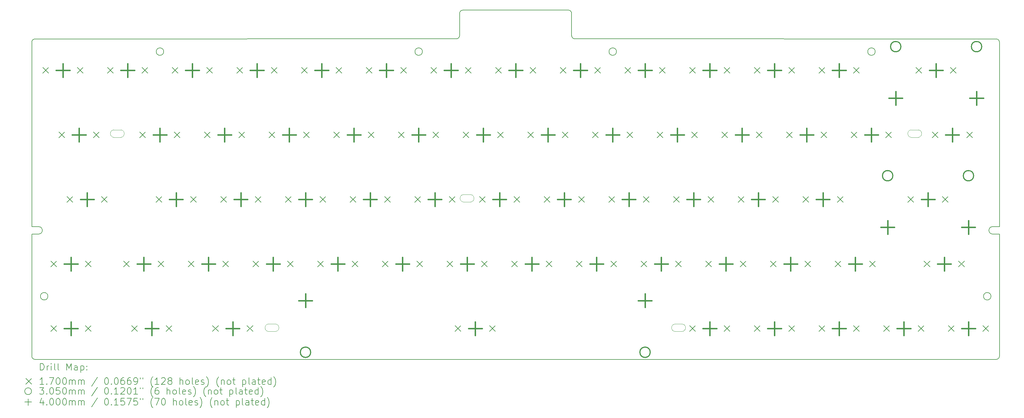
<source format=gbr>
%TF.GenerationSoftware,KiCad,Pcbnew,(6.0.7)*%
%TF.CreationDate,2022-11-29T19:46:52-05:00*%
%TF.ProjectId,Part 7 - Keyboard Basic,50617274-2037-4202-9d20-4b6579626f61,rev?*%
%TF.SameCoordinates,Original*%
%TF.FileFunction,Drillmap*%
%TF.FilePolarity,Positive*%
%FSLAX45Y45*%
G04 Gerber Fmt 4.5, Leading zero omitted, Abs format (unit mm)*
G04 Created by KiCad (PCBNEW (6.0.7)) date 2022-11-29 19:46:52*
%MOMM*%
%LPD*%
G01*
G04 APERTURE LIST*
%ADD10C,0.150000*%
%ADD11C,0.100000*%
%ADD12C,0.200000*%
%ADD13C,0.170000*%
%ADD14C,0.305000*%
%ADD15C,0.400000*%
G04 APERTURE END LIST*
D10*
X4000000Y-10860709D02*
G75*
G03*
X4000000Y-10640711I0J109999D01*
G01*
X16300000Y-5100000D02*
G75*
G03*
X16400000Y-5000000I0J100000D01*
G01*
D11*
X10985000Y-13515000D02*
X10765000Y-13515000D01*
D10*
X19700000Y-5000000D02*
G75*
G03*
X19800000Y-5100000I100000J0D01*
G01*
X32050000Y-12695711D02*
G75*
G03*
X32050000Y-12695711I-110000J0D01*
G01*
D11*
X29915000Y-8005000D02*
G75*
G03*
X29915000Y-7785000I-17030J110000D01*
G01*
D10*
X21020000Y-5475711D02*
G75*
G03*
X21020000Y-5475711I-110000J0D01*
G01*
D11*
X10985000Y-13735000D02*
G75*
G03*
X10985000Y-13515000I-17030J110000D01*
G01*
D10*
X19600000Y-4250000D02*
X16500000Y-4250000D01*
X16400000Y-5000000D02*
X16400000Y-4350000D01*
X32300000Y-10860711D02*
X32100000Y-10860711D01*
D11*
X6430000Y-8005000D02*
G75*
G03*
X6430000Y-7785000I-17030J110000D01*
G01*
X29695000Y-7785000D02*
G75*
G03*
X29695000Y-8005000I15950J-110000D01*
G01*
D10*
X4275000Y-12695711D02*
G75*
G03*
X4275000Y-12695711I-110000J0D01*
G01*
D11*
X16730000Y-9915000D02*
G75*
G03*
X16730000Y-9695000I-17030J110000D01*
G01*
D10*
X19700000Y-5000000D02*
X19700000Y-4350000D01*
D11*
X6430000Y-7785000D02*
X6210000Y-7785000D01*
D10*
X19800000Y-5100000D02*
X32200000Y-5100711D01*
X3800000Y-10860711D02*
X3800000Y-14460711D01*
D11*
X22960000Y-13735000D02*
X22740000Y-13735000D01*
D10*
X16500000Y-4250000D02*
G75*
G03*
X16400000Y-4350000I0J-100000D01*
G01*
X28640000Y-5475711D02*
G75*
G03*
X28640000Y-5475711I-110000J0D01*
G01*
X3800000Y-10640711D02*
X4000000Y-10640711D01*
D11*
X22960000Y-13515000D02*
X22740000Y-13515000D01*
D10*
X3800000Y-10860711D02*
X4000000Y-10860711D01*
X7685000Y-5475711D02*
G75*
G03*
X7685000Y-5475711I-110000J0D01*
G01*
X32300000Y-10640711D02*
X32100000Y-10640711D01*
X16300000Y-5100000D02*
X3900000Y-5100711D01*
X32100000Y-10640709D02*
G75*
G03*
X32100000Y-10860711I0J-110001D01*
G01*
X3900000Y-5100710D02*
G75*
G03*
X3800000Y-5200711I0J-100000D01*
G01*
D11*
X29915000Y-8005000D02*
X29695000Y-8005000D01*
D10*
X3799999Y-14460711D02*
G75*
G03*
X3900000Y-14560711I100001J1D01*
G01*
X15305000Y-5475711D02*
G75*
G03*
X15305000Y-5475711I-110000J0D01*
G01*
D11*
X6430000Y-8005000D02*
X6210000Y-8005000D01*
X10985000Y-13735000D02*
X10765000Y-13735000D01*
D10*
X32299999Y-5200711D02*
G75*
G03*
X32200000Y-5100711I-99999J1D01*
G01*
X32300000Y-10860711D02*
X32300000Y-14460711D01*
D11*
X10765000Y-13515000D02*
G75*
G03*
X10765000Y-13735000I15950J-110000D01*
G01*
D10*
X3800000Y-10640711D02*
X3800000Y-5200711D01*
D11*
X16510000Y-9695000D02*
G75*
G03*
X16510000Y-9915000I15950J-110000D01*
G01*
X16730000Y-9695000D02*
X16510000Y-9695000D01*
D10*
X32300000Y-10640711D02*
X32300000Y-5200711D01*
D11*
X16730000Y-9915000D02*
X16510000Y-9915000D01*
D10*
X19700000Y-4350000D02*
G75*
G03*
X19600000Y-4250000I-100000J0D01*
G01*
D11*
X22740000Y-13515000D02*
G75*
G03*
X22740000Y-13735000I15950J-110000D01*
G01*
X22960000Y-13735000D02*
G75*
G03*
X22960000Y-13515000I-17030J110000D01*
G01*
X6210000Y-7785000D02*
G75*
G03*
X6210000Y-8005000I15950J-110000D01*
G01*
D10*
X32200000Y-14560710D02*
G75*
G03*
X32300000Y-14460711I0J100000D01*
G01*
X3900000Y-14560711D02*
X32200000Y-14560711D01*
D11*
X29915000Y-7785000D02*
X29695000Y-7785000D01*
D12*
D13*
X4124500Y-5943211D02*
X4294500Y-6113211D01*
X4294500Y-5943211D02*
X4124500Y-6113211D01*
X4362625Y-11658211D02*
X4532625Y-11828211D01*
X4532625Y-11658211D02*
X4362625Y-11828211D01*
X4362625Y-13563211D02*
X4532625Y-13733211D01*
X4532625Y-13563211D02*
X4362625Y-13733211D01*
X4600750Y-7848211D02*
X4770750Y-8018211D01*
X4770750Y-7848211D02*
X4600750Y-8018211D01*
X4838875Y-9753211D02*
X5008875Y-9923211D01*
X5008875Y-9753211D02*
X4838875Y-9923211D01*
X5140500Y-5943211D02*
X5310500Y-6113211D01*
X5310500Y-5943211D02*
X5140500Y-6113211D01*
X5378625Y-11658211D02*
X5548625Y-11828211D01*
X5548625Y-11658211D02*
X5378625Y-11828211D01*
X5378625Y-13563211D02*
X5548625Y-13733211D01*
X5548625Y-13563211D02*
X5378625Y-13733211D01*
X5616750Y-7848211D02*
X5786750Y-8018211D01*
X5786750Y-7848211D02*
X5616750Y-8018211D01*
X5854875Y-9753211D02*
X6024875Y-9923211D01*
X6024875Y-9753211D02*
X5854875Y-9923211D01*
X6029500Y-5943211D02*
X6199500Y-6113211D01*
X6199500Y-5943211D02*
X6029500Y-6113211D01*
X6505700Y-11658220D02*
X6675700Y-11828220D01*
X6675700Y-11658220D02*
X6505700Y-11828220D01*
X6743875Y-13563211D02*
X6913875Y-13733211D01*
X6913875Y-13563211D02*
X6743875Y-13733211D01*
X6982000Y-7848211D02*
X7152000Y-8018211D01*
X7152000Y-7848211D02*
X6982000Y-8018211D01*
X7045500Y-5943211D02*
X7215500Y-6113211D01*
X7215500Y-5943211D02*
X7045500Y-6113211D01*
X7458250Y-9753211D02*
X7628250Y-9923211D01*
X7628250Y-9753211D02*
X7458250Y-9923211D01*
X7521700Y-11658220D02*
X7691700Y-11828220D01*
X7691700Y-11658220D02*
X7521700Y-11828220D01*
X7759875Y-13563211D02*
X7929875Y-13733211D01*
X7929875Y-13563211D02*
X7759875Y-13733211D01*
X7934500Y-5943211D02*
X8104500Y-6113211D01*
X8104500Y-5943211D02*
X7934500Y-6113211D01*
X7998000Y-7848211D02*
X8168000Y-8018211D01*
X8168000Y-7848211D02*
X7998000Y-8018211D01*
X8410700Y-11658220D02*
X8580700Y-11828220D01*
X8580700Y-11658220D02*
X8410700Y-11828220D01*
X8474250Y-9753211D02*
X8644250Y-9923211D01*
X8644250Y-9753211D02*
X8474250Y-9923211D01*
X8887000Y-7848211D02*
X9057000Y-8018211D01*
X9057000Y-7848211D02*
X8887000Y-8018211D01*
X8950500Y-5943211D02*
X9120500Y-6113211D01*
X9120500Y-5943211D02*
X8950500Y-6113211D01*
X9125125Y-13563211D02*
X9295125Y-13733211D01*
X9295125Y-13563211D02*
X9125125Y-13733211D01*
X9363250Y-9753211D02*
X9533250Y-9923211D01*
X9533250Y-9753211D02*
X9363250Y-9923211D01*
X9426700Y-11658220D02*
X9596700Y-11828220D01*
X9596700Y-11658220D02*
X9426700Y-11828220D01*
X9839500Y-5943211D02*
X10009500Y-6113211D01*
X10009500Y-5943211D02*
X9839500Y-6113211D01*
X9903000Y-7848211D02*
X10073000Y-8018211D01*
X10073000Y-7848211D02*
X9903000Y-8018211D01*
X10141125Y-13563211D02*
X10311125Y-13733211D01*
X10311125Y-13563211D02*
X10141125Y-13733211D01*
X10315700Y-11658220D02*
X10485700Y-11828220D01*
X10485700Y-11658220D02*
X10315700Y-11828220D01*
X10379250Y-9753211D02*
X10549250Y-9923211D01*
X10549250Y-9753211D02*
X10379250Y-9923211D01*
X10792000Y-7848211D02*
X10962000Y-8018211D01*
X10962000Y-7848211D02*
X10792000Y-8018211D01*
X10855500Y-5943211D02*
X11025500Y-6113211D01*
X11025500Y-5943211D02*
X10855500Y-6113211D01*
X11268250Y-9753211D02*
X11438250Y-9923211D01*
X11438250Y-9753211D02*
X11268250Y-9923211D01*
X11331700Y-11658220D02*
X11501700Y-11828220D01*
X11501700Y-11658220D02*
X11331700Y-11828220D01*
X11744500Y-5943211D02*
X11914500Y-6113211D01*
X11914500Y-5943211D02*
X11744500Y-6113211D01*
X11808000Y-7848211D02*
X11978000Y-8018211D01*
X11978000Y-7848211D02*
X11808000Y-8018211D01*
X12220700Y-11658220D02*
X12390700Y-11828220D01*
X12390700Y-11658220D02*
X12220700Y-11828220D01*
X12284250Y-9753211D02*
X12454250Y-9923211D01*
X12454250Y-9753211D02*
X12284250Y-9923211D01*
X12697000Y-7848211D02*
X12867000Y-8018211D01*
X12867000Y-7848211D02*
X12697000Y-8018211D01*
X12760500Y-5943211D02*
X12930500Y-6113211D01*
X12930500Y-5943211D02*
X12760500Y-6113211D01*
X13173250Y-9753211D02*
X13343250Y-9923211D01*
X13343250Y-9753211D02*
X13173250Y-9923211D01*
X13236700Y-11658220D02*
X13406700Y-11828220D01*
X13406700Y-11658220D02*
X13236700Y-11828220D01*
X13649500Y-5943211D02*
X13819500Y-6113211D01*
X13819500Y-5943211D02*
X13649500Y-6113211D01*
X13713000Y-7848211D02*
X13883000Y-8018211D01*
X13883000Y-7848211D02*
X13713000Y-8018211D01*
X14125700Y-11658220D02*
X14295700Y-11828220D01*
X14295700Y-11658220D02*
X14125700Y-11828220D01*
X14189250Y-9753211D02*
X14359250Y-9923211D01*
X14359250Y-9753211D02*
X14189250Y-9923211D01*
X14602000Y-7848211D02*
X14772000Y-8018211D01*
X14772000Y-7848211D02*
X14602000Y-8018211D01*
X14665500Y-5943211D02*
X14835500Y-6113211D01*
X14835500Y-5943211D02*
X14665500Y-6113211D01*
X15078250Y-9753211D02*
X15248250Y-9923211D01*
X15248250Y-9753211D02*
X15078250Y-9923211D01*
X15141700Y-11658220D02*
X15311700Y-11828220D01*
X15311700Y-11658220D02*
X15141700Y-11828220D01*
X15554500Y-5943211D02*
X15724500Y-6113211D01*
X15724500Y-5943211D02*
X15554500Y-6113211D01*
X15618000Y-7848211D02*
X15788000Y-8018211D01*
X15788000Y-7848211D02*
X15618000Y-8018211D01*
X16030700Y-11658220D02*
X16200700Y-11828220D01*
X16200700Y-11658220D02*
X16030700Y-11828220D01*
X16094250Y-9753211D02*
X16264250Y-9923211D01*
X16264250Y-9753211D02*
X16094250Y-9923211D01*
X16268850Y-13563200D02*
X16438850Y-13733200D01*
X16438850Y-13563200D02*
X16268850Y-13733200D01*
X16507000Y-7848211D02*
X16677000Y-8018211D01*
X16677000Y-7848211D02*
X16507000Y-8018211D01*
X16570500Y-5943211D02*
X16740500Y-6113211D01*
X16740500Y-5943211D02*
X16570500Y-6113211D01*
X16983250Y-9753211D02*
X17153250Y-9923211D01*
X17153250Y-9753211D02*
X16983250Y-9923211D01*
X17046700Y-11658220D02*
X17216700Y-11828220D01*
X17216700Y-11658220D02*
X17046700Y-11828220D01*
X17284850Y-13563200D02*
X17454850Y-13733200D01*
X17454850Y-13563200D02*
X17284850Y-13733200D01*
X17459500Y-5943211D02*
X17629500Y-6113211D01*
X17629500Y-5943211D02*
X17459500Y-6113211D01*
X17523000Y-7848211D02*
X17693000Y-8018211D01*
X17693000Y-7848211D02*
X17523000Y-8018211D01*
X17935700Y-11658220D02*
X18105700Y-11828220D01*
X18105700Y-11658220D02*
X17935700Y-11828220D01*
X17999250Y-9753211D02*
X18169250Y-9923211D01*
X18169250Y-9753211D02*
X17999250Y-9923211D01*
X18412000Y-7848211D02*
X18582000Y-8018211D01*
X18582000Y-7848211D02*
X18412000Y-8018211D01*
X18475500Y-5943211D02*
X18645500Y-6113211D01*
X18645500Y-5943211D02*
X18475500Y-6113211D01*
X18888250Y-9753211D02*
X19058250Y-9923211D01*
X19058250Y-9753211D02*
X18888250Y-9923211D01*
X18951700Y-11658220D02*
X19121700Y-11828220D01*
X19121700Y-11658220D02*
X18951700Y-11828220D01*
X19364500Y-5943211D02*
X19534500Y-6113211D01*
X19534500Y-5943211D02*
X19364500Y-6113211D01*
X19428000Y-7848211D02*
X19598000Y-8018211D01*
X19598000Y-7848211D02*
X19428000Y-8018211D01*
X19840700Y-11658220D02*
X20010700Y-11828220D01*
X20010700Y-11658220D02*
X19840700Y-11828220D01*
X19904250Y-9753211D02*
X20074250Y-9923211D01*
X20074250Y-9753211D02*
X19904250Y-9923211D01*
X20317000Y-7848211D02*
X20487000Y-8018211D01*
X20487000Y-7848211D02*
X20317000Y-8018211D01*
X20380500Y-5943211D02*
X20550500Y-6113211D01*
X20550500Y-5943211D02*
X20380500Y-6113211D01*
X20793250Y-9753211D02*
X20963250Y-9923211D01*
X20963250Y-9753211D02*
X20793250Y-9923211D01*
X20856700Y-11658220D02*
X21026700Y-11828220D01*
X21026700Y-11658220D02*
X20856700Y-11828220D01*
X21269500Y-5943211D02*
X21439500Y-6113211D01*
X21439500Y-5943211D02*
X21269500Y-6113211D01*
X21333000Y-7848211D02*
X21503000Y-8018211D01*
X21503000Y-7848211D02*
X21333000Y-8018211D01*
X21745700Y-11658220D02*
X21915700Y-11828220D01*
X21915700Y-11658220D02*
X21745700Y-11828220D01*
X21809250Y-9753211D02*
X21979250Y-9923211D01*
X21979250Y-9753211D02*
X21809250Y-9923211D01*
X22222000Y-7848230D02*
X22392000Y-8018230D01*
X22392000Y-7848230D02*
X22222000Y-8018230D01*
X22285500Y-5943211D02*
X22455500Y-6113211D01*
X22455500Y-5943211D02*
X22285500Y-6113211D01*
X22698250Y-9753211D02*
X22868250Y-9923211D01*
X22868250Y-9753211D02*
X22698250Y-9923211D01*
X22761700Y-11658220D02*
X22931700Y-11828220D01*
X22931700Y-11658220D02*
X22761700Y-11828220D01*
X23174500Y-5943211D02*
X23344500Y-6113211D01*
X23344500Y-5943211D02*
X23174500Y-6113211D01*
X23174500Y-13563200D02*
X23344500Y-13733200D01*
X23344500Y-13563200D02*
X23174500Y-13733200D01*
X23238000Y-7848230D02*
X23408000Y-8018230D01*
X23408000Y-7848230D02*
X23238000Y-8018230D01*
X23650700Y-11658220D02*
X23820700Y-11828220D01*
X23820700Y-11658220D02*
X23650700Y-11828220D01*
X23714250Y-9753211D02*
X23884250Y-9923211D01*
X23884250Y-9753211D02*
X23714250Y-9923211D01*
X24127000Y-7848200D02*
X24297000Y-8018200D01*
X24297000Y-7848200D02*
X24127000Y-8018200D01*
X24190500Y-5943211D02*
X24360500Y-6113211D01*
X24360500Y-5943211D02*
X24190500Y-6113211D01*
X24190500Y-13563200D02*
X24360500Y-13733200D01*
X24360500Y-13563200D02*
X24190500Y-13733200D01*
X24603250Y-9753211D02*
X24773250Y-9923211D01*
X24773250Y-9753211D02*
X24603250Y-9923211D01*
X24666700Y-11658220D02*
X24836700Y-11828220D01*
X24836700Y-11658220D02*
X24666700Y-11828220D01*
X25079500Y-5943211D02*
X25249500Y-6113211D01*
X25249500Y-5943211D02*
X25079500Y-6113211D01*
X25079500Y-13563220D02*
X25249500Y-13733220D01*
X25249500Y-13563220D02*
X25079500Y-13733220D01*
X25143000Y-7848200D02*
X25313000Y-8018200D01*
X25313000Y-7848200D02*
X25143000Y-8018200D01*
X25555700Y-11658220D02*
X25725700Y-11828220D01*
X25725700Y-11658220D02*
X25555700Y-11828220D01*
X25619250Y-9753211D02*
X25789250Y-9923211D01*
X25789250Y-9753211D02*
X25619250Y-9923211D01*
X26032000Y-7848200D02*
X26202000Y-8018200D01*
X26202000Y-7848200D02*
X26032000Y-8018200D01*
X26095500Y-5943211D02*
X26265500Y-6113211D01*
X26265500Y-5943211D02*
X26095500Y-6113211D01*
X26095500Y-13563220D02*
X26265500Y-13733220D01*
X26265500Y-13563220D02*
X26095500Y-13733220D01*
X26508240Y-9753211D02*
X26678240Y-9923211D01*
X26678240Y-9753211D02*
X26508240Y-9923211D01*
X26571700Y-11658220D02*
X26741700Y-11828220D01*
X26741700Y-11658220D02*
X26571700Y-11828220D01*
X26984500Y-5943211D02*
X27154500Y-6113211D01*
X27154500Y-5943211D02*
X26984500Y-6113211D01*
X26984500Y-13563220D02*
X27154500Y-13733220D01*
X27154500Y-13563220D02*
X26984500Y-13733220D01*
X27048000Y-7848200D02*
X27218000Y-8018200D01*
X27218000Y-7848200D02*
X27048000Y-8018200D01*
X27460700Y-11658220D02*
X27630700Y-11828220D01*
X27630700Y-11658220D02*
X27460700Y-11828220D01*
X27524240Y-9753211D02*
X27694240Y-9923211D01*
X27694240Y-9753211D02*
X27524240Y-9923211D01*
X27937000Y-7848200D02*
X28107000Y-8018200D01*
X28107000Y-7848200D02*
X27937000Y-8018200D01*
X28000500Y-5943211D02*
X28170500Y-6113211D01*
X28170500Y-5943211D02*
X28000500Y-6113211D01*
X28000500Y-13563220D02*
X28170500Y-13733220D01*
X28170500Y-13563220D02*
X28000500Y-13733220D01*
X28476700Y-11658220D02*
X28646700Y-11828220D01*
X28646700Y-11658220D02*
X28476700Y-11828220D01*
X28889500Y-13563220D02*
X29059500Y-13733220D01*
X29059500Y-13563220D02*
X28889500Y-13733220D01*
X28953000Y-7848200D02*
X29123000Y-8018200D01*
X29123000Y-7848200D02*
X28953000Y-8018200D01*
X29603875Y-9753211D02*
X29773875Y-9923211D01*
X29773875Y-9753211D02*
X29603875Y-9923211D01*
X29842000Y-5943210D02*
X30012000Y-6113210D01*
X30012000Y-5943210D02*
X29842000Y-6113210D01*
X29905500Y-13563220D02*
X30075500Y-13733220D01*
X30075500Y-13563220D02*
X29905500Y-13733220D01*
X30080130Y-11658220D02*
X30250130Y-11828220D01*
X30250130Y-11658220D02*
X30080130Y-11828220D01*
X30318250Y-7848200D02*
X30488250Y-8018200D01*
X30488250Y-7848200D02*
X30318250Y-8018200D01*
X30619875Y-9753211D02*
X30789875Y-9923211D01*
X30789875Y-9753211D02*
X30619875Y-9923211D01*
X30794500Y-13563220D02*
X30964500Y-13733220D01*
X30964500Y-13563220D02*
X30794500Y-13733220D01*
X30858000Y-5943210D02*
X31028000Y-6113210D01*
X31028000Y-5943210D02*
X30858000Y-6113210D01*
X31096130Y-11658220D02*
X31266130Y-11828220D01*
X31266130Y-11658220D02*
X31096130Y-11828220D01*
X31334250Y-7848200D02*
X31504250Y-8018200D01*
X31504250Y-7848200D02*
X31334250Y-8018200D01*
X31810500Y-13563220D02*
X31980500Y-13733220D01*
X31980500Y-13563220D02*
X31810500Y-13733220D01*
D14*
X12014350Y-14348200D02*
G75*
G03*
X12014350Y-14348200I-152500J0D01*
G01*
X22014350Y-14348200D02*
G75*
G03*
X22014350Y-14348200I-152500J0D01*
G01*
X29159375Y-9138211D02*
G75*
G03*
X29159375Y-9138211I-152500J0D01*
G01*
X29397500Y-5328210D02*
G75*
G03*
X29397500Y-5328210I-152500J0D01*
G01*
X31539375Y-9138211D02*
G75*
G03*
X31539375Y-9138211I-152500J0D01*
G01*
X31777500Y-5328210D02*
G75*
G03*
X31777500Y-5328210I-152500J0D01*
G01*
D15*
X4717500Y-5828211D02*
X4717500Y-6228211D01*
X4517500Y-6028211D02*
X4917500Y-6028211D01*
X4955625Y-11543211D02*
X4955625Y-11943211D01*
X4755625Y-11743211D02*
X5155625Y-11743211D01*
X4955625Y-13448211D02*
X4955625Y-13848211D01*
X4755625Y-13648211D02*
X5155625Y-13648211D01*
X5192480Y-7733211D02*
X5192480Y-8133211D01*
X4992480Y-7933211D02*
X5392480Y-7933211D01*
X5431875Y-9638211D02*
X5431875Y-10038211D01*
X5231875Y-9838211D02*
X5631875Y-9838211D01*
X6622500Y-5828211D02*
X6622500Y-6228211D01*
X6422500Y-6028211D02*
X6822500Y-6028211D01*
X7098700Y-11543220D02*
X7098700Y-11943220D01*
X6898700Y-11743220D02*
X7298700Y-11743220D01*
X7336875Y-13448211D02*
X7336875Y-13848211D01*
X7136875Y-13648211D02*
X7536875Y-13648211D01*
X7575000Y-7733211D02*
X7575000Y-8133211D01*
X7375000Y-7933211D02*
X7775000Y-7933211D01*
X8051250Y-9638211D02*
X8051250Y-10038211D01*
X7851250Y-9838211D02*
X8251250Y-9838211D01*
X8527500Y-5828211D02*
X8527500Y-6228211D01*
X8327500Y-6028211D02*
X8727500Y-6028211D01*
X9003700Y-11543220D02*
X9003700Y-11943220D01*
X8803700Y-11743220D02*
X9203700Y-11743220D01*
X9480000Y-7733211D02*
X9480000Y-8133211D01*
X9280000Y-7933211D02*
X9680000Y-7933211D01*
X9718125Y-13448211D02*
X9718125Y-13848211D01*
X9518125Y-13648211D02*
X9918125Y-13648211D01*
X9956250Y-9638211D02*
X9956250Y-10038211D01*
X9756250Y-9838211D02*
X10156250Y-9838211D01*
X10432500Y-5828211D02*
X10432500Y-6228211D01*
X10232500Y-6028211D02*
X10632500Y-6028211D01*
X10908700Y-11543220D02*
X10908700Y-11943220D01*
X10708700Y-11743220D02*
X11108700Y-11743220D01*
X11385000Y-7733211D02*
X11385000Y-8133211D01*
X11185000Y-7933211D02*
X11585000Y-7933211D01*
X11861250Y-9638211D02*
X11861250Y-10038211D01*
X11661250Y-9838211D02*
X12061250Y-9838211D01*
X11861850Y-12624200D02*
X11861850Y-13024200D01*
X11661850Y-12824200D02*
X12061850Y-12824200D01*
X12337500Y-5828211D02*
X12337500Y-6228211D01*
X12137500Y-6028211D02*
X12537500Y-6028211D01*
X12813700Y-11543220D02*
X12813700Y-11943220D01*
X12613700Y-11743220D02*
X13013700Y-11743220D01*
X13290000Y-7733211D02*
X13290000Y-8133211D01*
X13090000Y-7933211D02*
X13490000Y-7933211D01*
X13766250Y-9638211D02*
X13766250Y-10038211D01*
X13566250Y-9838211D02*
X13966250Y-9838211D01*
X14242500Y-5828211D02*
X14242500Y-6228211D01*
X14042500Y-6028211D02*
X14442500Y-6028211D01*
X14718700Y-11543220D02*
X14718700Y-11943220D01*
X14518700Y-11743220D02*
X14918700Y-11743220D01*
X15195000Y-7733211D02*
X15195000Y-8133211D01*
X14995000Y-7933211D02*
X15395000Y-7933211D01*
X15671250Y-9638211D02*
X15671250Y-10038211D01*
X15471250Y-9838211D02*
X15871250Y-9838211D01*
X16147500Y-5828211D02*
X16147500Y-6228211D01*
X15947500Y-6028211D02*
X16347500Y-6028211D01*
X16623700Y-11543220D02*
X16623700Y-11943220D01*
X16423700Y-11743220D02*
X16823700Y-11743220D01*
X16861850Y-13448200D02*
X16861850Y-13848200D01*
X16661850Y-13648200D02*
X17061850Y-13648200D01*
X17100000Y-7733211D02*
X17100000Y-8133211D01*
X16900000Y-7933211D02*
X17300000Y-7933211D01*
X17576250Y-9638211D02*
X17576250Y-10038211D01*
X17376250Y-9838211D02*
X17776250Y-9838211D01*
X18052500Y-5828211D02*
X18052500Y-6228211D01*
X17852500Y-6028211D02*
X18252500Y-6028211D01*
X18528700Y-11543220D02*
X18528700Y-11943220D01*
X18328700Y-11743220D02*
X18728700Y-11743220D01*
X19005000Y-7733211D02*
X19005000Y-8133211D01*
X18805000Y-7933211D02*
X19205000Y-7933211D01*
X19481250Y-9638211D02*
X19481250Y-10038211D01*
X19281250Y-9838211D02*
X19681250Y-9838211D01*
X19957500Y-5828211D02*
X19957500Y-6228211D01*
X19757500Y-6028211D02*
X20157500Y-6028211D01*
X20433700Y-11543220D02*
X20433700Y-11943220D01*
X20233700Y-11743220D02*
X20633700Y-11743220D01*
X20910000Y-7733211D02*
X20910000Y-8133211D01*
X20710000Y-7933211D02*
X21110000Y-7933211D01*
X21386250Y-9638211D02*
X21386250Y-10038211D01*
X21186250Y-9838211D02*
X21586250Y-9838211D01*
X21861850Y-12624200D02*
X21861850Y-13024200D01*
X21661850Y-12824200D02*
X22061850Y-12824200D01*
X21862500Y-5828211D02*
X21862500Y-6228211D01*
X21662500Y-6028211D02*
X22062500Y-6028211D01*
X22338700Y-11543220D02*
X22338700Y-11943220D01*
X22138700Y-11743220D02*
X22538700Y-11743220D01*
X22815000Y-7733230D02*
X22815000Y-8133230D01*
X22615000Y-7933230D02*
X23015000Y-7933230D01*
X23291250Y-9638211D02*
X23291250Y-10038211D01*
X23091250Y-9838211D02*
X23491250Y-9838211D01*
X23767500Y-5828211D02*
X23767500Y-6228211D01*
X23567500Y-6028211D02*
X23967500Y-6028211D01*
X23767500Y-13448200D02*
X23767500Y-13848200D01*
X23567500Y-13648200D02*
X23967500Y-13648200D01*
X24243700Y-11543220D02*
X24243700Y-11943220D01*
X24043700Y-11743220D02*
X24443700Y-11743220D01*
X24720000Y-7733200D02*
X24720000Y-8133200D01*
X24520000Y-7933200D02*
X24920000Y-7933200D01*
X25196250Y-9638211D02*
X25196250Y-10038211D01*
X24996250Y-9838211D02*
X25396250Y-9838211D01*
X25672500Y-5828211D02*
X25672500Y-6228211D01*
X25472500Y-6028211D02*
X25872500Y-6028211D01*
X25672500Y-13448220D02*
X25672500Y-13848220D01*
X25472500Y-13648220D02*
X25872500Y-13648220D01*
X26148700Y-11543220D02*
X26148700Y-11943220D01*
X25948700Y-11743220D02*
X26348700Y-11743220D01*
X26625000Y-7733200D02*
X26625000Y-8133200D01*
X26425000Y-7933200D02*
X26825000Y-7933200D01*
X27101240Y-9638211D02*
X27101240Y-10038211D01*
X26901240Y-9838211D02*
X27301240Y-9838211D01*
X27577500Y-5828211D02*
X27577500Y-6228211D01*
X27377500Y-6028211D02*
X27777500Y-6028211D01*
X27577500Y-13448220D02*
X27577500Y-13848220D01*
X27377500Y-13648220D02*
X27777500Y-13648220D01*
X28053700Y-11543220D02*
X28053700Y-11943220D01*
X27853700Y-11743220D02*
X28253700Y-11743220D01*
X28530000Y-7733200D02*
X28530000Y-8133200D01*
X28330000Y-7933200D02*
X28730000Y-7933200D01*
X29006875Y-10462211D02*
X29006875Y-10862211D01*
X28806875Y-10662211D02*
X29206875Y-10662211D01*
X29245000Y-6652210D02*
X29245000Y-7052210D01*
X29045000Y-6852210D02*
X29445000Y-6852210D01*
X29482500Y-13448220D02*
X29482500Y-13848220D01*
X29282500Y-13648220D02*
X29682500Y-13648220D01*
X30196875Y-9638211D02*
X30196875Y-10038211D01*
X29996875Y-9838211D02*
X30396875Y-9838211D01*
X30435000Y-5828210D02*
X30435000Y-6228210D01*
X30235000Y-6028210D02*
X30635000Y-6028210D01*
X30673130Y-11543220D02*
X30673130Y-11943220D01*
X30473130Y-11743220D02*
X30873130Y-11743220D01*
X30911250Y-7733200D02*
X30911250Y-8133200D01*
X30711250Y-7933200D02*
X31111250Y-7933200D01*
X31386875Y-10462211D02*
X31386875Y-10862211D01*
X31186875Y-10662211D02*
X31586875Y-10662211D01*
X31387500Y-13448220D02*
X31387500Y-13848220D01*
X31187500Y-13648220D02*
X31587500Y-13648220D01*
X31625000Y-6652210D02*
X31625000Y-7052210D01*
X31425000Y-6852210D02*
X31825000Y-6852210D01*
D12*
X4050119Y-14878687D02*
X4050119Y-14678687D01*
X4097738Y-14678687D01*
X4126309Y-14688211D01*
X4145357Y-14707258D01*
X4154881Y-14726306D01*
X4164405Y-14764401D01*
X4164405Y-14792973D01*
X4154881Y-14831068D01*
X4145357Y-14850115D01*
X4126309Y-14869163D01*
X4097738Y-14878687D01*
X4050119Y-14878687D01*
X4250119Y-14878687D02*
X4250119Y-14745353D01*
X4250119Y-14783449D02*
X4259643Y-14764401D01*
X4269167Y-14754877D01*
X4288214Y-14745353D01*
X4307262Y-14745353D01*
X4373929Y-14878687D02*
X4373929Y-14745353D01*
X4373929Y-14678687D02*
X4364405Y-14688211D01*
X4373929Y-14697734D01*
X4383452Y-14688211D01*
X4373929Y-14678687D01*
X4373929Y-14697734D01*
X4497738Y-14878687D02*
X4478690Y-14869163D01*
X4469167Y-14850115D01*
X4469167Y-14678687D01*
X4602500Y-14878687D02*
X4583452Y-14869163D01*
X4573929Y-14850115D01*
X4573929Y-14678687D01*
X4831071Y-14878687D02*
X4831071Y-14678687D01*
X4897738Y-14821544D01*
X4964405Y-14678687D01*
X4964405Y-14878687D01*
X5145357Y-14878687D02*
X5145357Y-14773925D01*
X5135833Y-14754877D01*
X5116786Y-14745353D01*
X5078690Y-14745353D01*
X5059643Y-14754877D01*
X5145357Y-14869163D02*
X5126310Y-14878687D01*
X5078690Y-14878687D01*
X5059643Y-14869163D01*
X5050119Y-14850115D01*
X5050119Y-14831068D01*
X5059643Y-14812020D01*
X5078690Y-14802496D01*
X5126310Y-14802496D01*
X5145357Y-14792973D01*
X5240595Y-14745353D02*
X5240595Y-14945353D01*
X5240595Y-14754877D02*
X5259643Y-14745353D01*
X5297738Y-14745353D01*
X5316786Y-14754877D01*
X5326310Y-14764401D01*
X5335833Y-14783449D01*
X5335833Y-14840592D01*
X5326310Y-14859639D01*
X5316786Y-14869163D01*
X5297738Y-14878687D01*
X5259643Y-14878687D01*
X5240595Y-14869163D01*
X5421548Y-14859639D02*
X5431071Y-14869163D01*
X5421548Y-14878687D01*
X5412024Y-14869163D01*
X5421548Y-14859639D01*
X5421548Y-14878687D01*
X5421548Y-14754877D02*
X5431071Y-14764401D01*
X5421548Y-14773925D01*
X5412024Y-14764401D01*
X5421548Y-14754877D01*
X5421548Y-14773925D01*
D13*
X3622500Y-15123211D02*
X3792500Y-15293211D01*
X3792500Y-15123211D02*
X3622500Y-15293211D01*
D12*
X4154881Y-15298687D02*
X4040595Y-15298687D01*
X4097738Y-15298687D02*
X4097738Y-15098687D01*
X4078690Y-15127258D01*
X4059643Y-15146306D01*
X4040595Y-15155830D01*
X4240595Y-15279639D02*
X4250119Y-15289163D01*
X4240595Y-15298687D01*
X4231071Y-15289163D01*
X4240595Y-15279639D01*
X4240595Y-15298687D01*
X4316786Y-15098687D02*
X4450119Y-15098687D01*
X4364405Y-15298687D01*
X4564405Y-15098687D02*
X4583452Y-15098687D01*
X4602500Y-15108211D01*
X4612024Y-15117734D01*
X4621548Y-15136782D01*
X4631071Y-15174877D01*
X4631071Y-15222496D01*
X4621548Y-15260592D01*
X4612024Y-15279639D01*
X4602500Y-15289163D01*
X4583452Y-15298687D01*
X4564405Y-15298687D01*
X4545357Y-15289163D01*
X4535833Y-15279639D01*
X4526310Y-15260592D01*
X4516786Y-15222496D01*
X4516786Y-15174877D01*
X4526310Y-15136782D01*
X4535833Y-15117734D01*
X4545357Y-15108211D01*
X4564405Y-15098687D01*
X4754881Y-15098687D02*
X4773929Y-15098687D01*
X4792976Y-15108211D01*
X4802500Y-15117734D01*
X4812024Y-15136782D01*
X4821548Y-15174877D01*
X4821548Y-15222496D01*
X4812024Y-15260592D01*
X4802500Y-15279639D01*
X4792976Y-15289163D01*
X4773929Y-15298687D01*
X4754881Y-15298687D01*
X4735833Y-15289163D01*
X4726310Y-15279639D01*
X4716786Y-15260592D01*
X4707262Y-15222496D01*
X4707262Y-15174877D01*
X4716786Y-15136782D01*
X4726310Y-15117734D01*
X4735833Y-15108211D01*
X4754881Y-15098687D01*
X4907262Y-15298687D02*
X4907262Y-15165353D01*
X4907262Y-15184401D02*
X4916786Y-15174877D01*
X4935833Y-15165353D01*
X4964405Y-15165353D01*
X4983452Y-15174877D01*
X4992976Y-15193925D01*
X4992976Y-15298687D01*
X4992976Y-15193925D02*
X5002500Y-15174877D01*
X5021548Y-15165353D01*
X5050119Y-15165353D01*
X5069167Y-15174877D01*
X5078690Y-15193925D01*
X5078690Y-15298687D01*
X5173929Y-15298687D02*
X5173929Y-15165353D01*
X5173929Y-15184401D02*
X5183452Y-15174877D01*
X5202500Y-15165353D01*
X5231071Y-15165353D01*
X5250119Y-15174877D01*
X5259643Y-15193925D01*
X5259643Y-15298687D01*
X5259643Y-15193925D02*
X5269167Y-15174877D01*
X5288214Y-15165353D01*
X5316786Y-15165353D01*
X5335833Y-15174877D01*
X5345357Y-15193925D01*
X5345357Y-15298687D01*
X5735833Y-15089163D02*
X5564405Y-15346306D01*
X5992976Y-15098687D02*
X6012024Y-15098687D01*
X6031071Y-15108211D01*
X6040595Y-15117734D01*
X6050119Y-15136782D01*
X6059643Y-15174877D01*
X6059643Y-15222496D01*
X6050119Y-15260592D01*
X6040595Y-15279639D01*
X6031071Y-15289163D01*
X6012024Y-15298687D01*
X5992976Y-15298687D01*
X5973928Y-15289163D01*
X5964405Y-15279639D01*
X5954881Y-15260592D01*
X5945357Y-15222496D01*
X5945357Y-15174877D01*
X5954881Y-15136782D01*
X5964405Y-15117734D01*
X5973928Y-15108211D01*
X5992976Y-15098687D01*
X6145357Y-15279639D02*
X6154881Y-15289163D01*
X6145357Y-15298687D01*
X6135833Y-15289163D01*
X6145357Y-15279639D01*
X6145357Y-15298687D01*
X6278690Y-15098687D02*
X6297738Y-15098687D01*
X6316786Y-15108211D01*
X6326309Y-15117734D01*
X6335833Y-15136782D01*
X6345357Y-15174877D01*
X6345357Y-15222496D01*
X6335833Y-15260592D01*
X6326309Y-15279639D01*
X6316786Y-15289163D01*
X6297738Y-15298687D01*
X6278690Y-15298687D01*
X6259643Y-15289163D01*
X6250119Y-15279639D01*
X6240595Y-15260592D01*
X6231071Y-15222496D01*
X6231071Y-15174877D01*
X6240595Y-15136782D01*
X6250119Y-15117734D01*
X6259643Y-15108211D01*
X6278690Y-15098687D01*
X6516786Y-15098687D02*
X6478690Y-15098687D01*
X6459643Y-15108211D01*
X6450119Y-15117734D01*
X6431071Y-15146306D01*
X6421548Y-15184401D01*
X6421548Y-15260592D01*
X6431071Y-15279639D01*
X6440595Y-15289163D01*
X6459643Y-15298687D01*
X6497738Y-15298687D01*
X6516786Y-15289163D01*
X6526309Y-15279639D01*
X6535833Y-15260592D01*
X6535833Y-15212973D01*
X6526309Y-15193925D01*
X6516786Y-15184401D01*
X6497738Y-15174877D01*
X6459643Y-15174877D01*
X6440595Y-15184401D01*
X6431071Y-15193925D01*
X6421548Y-15212973D01*
X6707262Y-15098687D02*
X6669167Y-15098687D01*
X6650119Y-15108211D01*
X6640595Y-15117734D01*
X6621548Y-15146306D01*
X6612024Y-15184401D01*
X6612024Y-15260592D01*
X6621548Y-15279639D01*
X6631071Y-15289163D01*
X6650119Y-15298687D01*
X6688214Y-15298687D01*
X6707262Y-15289163D01*
X6716786Y-15279639D01*
X6726309Y-15260592D01*
X6726309Y-15212973D01*
X6716786Y-15193925D01*
X6707262Y-15184401D01*
X6688214Y-15174877D01*
X6650119Y-15174877D01*
X6631071Y-15184401D01*
X6621548Y-15193925D01*
X6612024Y-15212973D01*
X6821548Y-15298687D02*
X6859643Y-15298687D01*
X6878690Y-15289163D01*
X6888214Y-15279639D01*
X6907262Y-15251068D01*
X6916786Y-15212973D01*
X6916786Y-15136782D01*
X6907262Y-15117734D01*
X6897738Y-15108211D01*
X6878690Y-15098687D01*
X6840595Y-15098687D01*
X6821548Y-15108211D01*
X6812024Y-15117734D01*
X6802500Y-15136782D01*
X6802500Y-15184401D01*
X6812024Y-15203449D01*
X6821548Y-15212973D01*
X6840595Y-15222496D01*
X6878690Y-15222496D01*
X6897738Y-15212973D01*
X6907262Y-15203449D01*
X6916786Y-15184401D01*
X6992976Y-15098687D02*
X6992976Y-15136782D01*
X7069167Y-15098687D02*
X7069167Y-15136782D01*
X7364405Y-15374877D02*
X7354881Y-15365353D01*
X7335833Y-15336782D01*
X7326309Y-15317734D01*
X7316786Y-15289163D01*
X7307262Y-15241544D01*
X7307262Y-15203449D01*
X7316786Y-15155830D01*
X7326309Y-15127258D01*
X7335833Y-15108211D01*
X7354881Y-15079639D01*
X7364405Y-15070115D01*
X7545357Y-15298687D02*
X7431071Y-15298687D01*
X7488214Y-15298687D02*
X7488214Y-15098687D01*
X7469167Y-15127258D01*
X7450119Y-15146306D01*
X7431071Y-15155830D01*
X7621548Y-15117734D02*
X7631071Y-15108211D01*
X7650119Y-15098687D01*
X7697738Y-15098687D01*
X7716786Y-15108211D01*
X7726309Y-15117734D01*
X7735833Y-15136782D01*
X7735833Y-15155830D01*
X7726309Y-15184401D01*
X7612024Y-15298687D01*
X7735833Y-15298687D01*
X7850119Y-15184401D02*
X7831071Y-15174877D01*
X7821548Y-15165353D01*
X7812024Y-15146306D01*
X7812024Y-15136782D01*
X7821548Y-15117734D01*
X7831071Y-15108211D01*
X7850119Y-15098687D01*
X7888214Y-15098687D01*
X7907262Y-15108211D01*
X7916786Y-15117734D01*
X7926309Y-15136782D01*
X7926309Y-15146306D01*
X7916786Y-15165353D01*
X7907262Y-15174877D01*
X7888214Y-15184401D01*
X7850119Y-15184401D01*
X7831071Y-15193925D01*
X7821548Y-15203449D01*
X7812024Y-15222496D01*
X7812024Y-15260592D01*
X7821548Y-15279639D01*
X7831071Y-15289163D01*
X7850119Y-15298687D01*
X7888214Y-15298687D01*
X7907262Y-15289163D01*
X7916786Y-15279639D01*
X7926309Y-15260592D01*
X7926309Y-15222496D01*
X7916786Y-15203449D01*
X7907262Y-15193925D01*
X7888214Y-15184401D01*
X8164405Y-15298687D02*
X8164405Y-15098687D01*
X8250119Y-15298687D02*
X8250119Y-15193925D01*
X8240595Y-15174877D01*
X8221548Y-15165353D01*
X8192976Y-15165353D01*
X8173928Y-15174877D01*
X8164405Y-15184401D01*
X8373928Y-15298687D02*
X8354881Y-15289163D01*
X8345357Y-15279639D01*
X8335833Y-15260592D01*
X8335833Y-15203449D01*
X8345357Y-15184401D01*
X8354881Y-15174877D01*
X8373928Y-15165353D01*
X8402500Y-15165353D01*
X8421548Y-15174877D01*
X8431071Y-15184401D01*
X8440595Y-15203449D01*
X8440595Y-15260592D01*
X8431071Y-15279639D01*
X8421548Y-15289163D01*
X8402500Y-15298687D01*
X8373928Y-15298687D01*
X8554881Y-15298687D02*
X8535833Y-15289163D01*
X8526310Y-15270115D01*
X8526310Y-15098687D01*
X8707262Y-15289163D02*
X8688214Y-15298687D01*
X8650119Y-15298687D01*
X8631071Y-15289163D01*
X8621548Y-15270115D01*
X8621548Y-15193925D01*
X8631071Y-15174877D01*
X8650119Y-15165353D01*
X8688214Y-15165353D01*
X8707262Y-15174877D01*
X8716786Y-15193925D01*
X8716786Y-15212973D01*
X8621548Y-15232020D01*
X8792976Y-15289163D02*
X8812024Y-15298687D01*
X8850119Y-15298687D01*
X8869167Y-15289163D01*
X8878690Y-15270115D01*
X8878690Y-15260592D01*
X8869167Y-15241544D01*
X8850119Y-15232020D01*
X8821548Y-15232020D01*
X8802500Y-15222496D01*
X8792976Y-15203449D01*
X8792976Y-15193925D01*
X8802500Y-15174877D01*
X8821548Y-15165353D01*
X8850119Y-15165353D01*
X8869167Y-15174877D01*
X8945357Y-15374877D02*
X8954881Y-15365353D01*
X8973929Y-15336782D01*
X8983452Y-15317734D01*
X8992976Y-15289163D01*
X9002500Y-15241544D01*
X9002500Y-15203449D01*
X8992976Y-15155830D01*
X8983452Y-15127258D01*
X8973929Y-15108211D01*
X8954881Y-15079639D01*
X8945357Y-15070115D01*
X9307262Y-15374877D02*
X9297738Y-15365353D01*
X9278690Y-15336782D01*
X9269167Y-15317734D01*
X9259643Y-15289163D01*
X9250119Y-15241544D01*
X9250119Y-15203449D01*
X9259643Y-15155830D01*
X9269167Y-15127258D01*
X9278690Y-15108211D01*
X9297738Y-15079639D01*
X9307262Y-15070115D01*
X9383452Y-15165353D02*
X9383452Y-15298687D01*
X9383452Y-15184401D02*
X9392976Y-15174877D01*
X9412024Y-15165353D01*
X9440595Y-15165353D01*
X9459643Y-15174877D01*
X9469167Y-15193925D01*
X9469167Y-15298687D01*
X9592976Y-15298687D02*
X9573929Y-15289163D01*
X9564405Y-15279639D01*
X9554881Y-15260592D01*
X9554881Y-15203449D01*
X9564405Y-15184401D01*
X9573929Y-15174877D01*
X9592976Y-15165353D01*
X9621548Y-15165353D01*
X9640595Y-15174877D01*
X9650119Y-15184401D01*
X9659643Y-15203449D01*
X9659643Y-15260592D01*
X9650119Y-15279639D01*
X9640595Y-15289163D01*
X9621548Y-15298687D01*
X9592976Y-15298687D01*
X9716786Y-15165353D02*
X9792976Y-15165353D01*
X9745357Y-15098687D02*
X9745357Y-15270115D01*
X9754881Y-15289163D01*
X9773929Y-15298687D01*
X9792976Y-15298687D01*
X10012024Y-15165353D02*
X10012024Y-15365353D01*
X10012024Y-15174877D02*
X10031071Y-15165353D01*
X10069167Y-15165353D01*
X10088214Y-15174877D01*
X10097738Y-15184401D01*
X10107262Y-15203449D01*
X10107262Y-15260592D01*
X10097738Y-15279639D01*
X10088214Y-15289163D01*
X10069167Y-15298687D01*
X10031071Y-15298687D01*
X10012024Y-15289163D01*
X10221548Y-15298687D02*
X10202500Y-15289163D01*
X10192976Y-15270115D01*
X10192976Y-15098687D01*
X10383452Y-15298687D02*
X10383452Y-15193925D01*
X10373929Y-15174877D01*
X10354881Y-15165353D01*
X10316786Y-15165353D01*
X10297738Y-15174877D01*
X10383452Y-15289163D02*
X10364405Y-15298687D01*
X10316786Y-15298687D01*
X10297738Y-15289163D01*
X10288214Y-15270115D01*
X10288214Y-15251068D01*
X10297738Y-15232020D01*
X10316786Y-15222496D01*
X10364405Y-15222496D01*
X10383452Y-15212973D01*
X10450119Y-15165353D02*
X10526310Y-15165353D01*
X10478690Y-15098687D02*
X10478690Y-15270115D01*
X10488214Y-15289163D01*
X10507262Y-15298687D01*
X10526310Y-15298687D01*
X10669167Y-15289163D02*
X10650119Y-15298687D01*
X10612024Y-15298687D01*
X10592976Y-15289163D01*
X10583452Y-15270115D01*
X10583452Y-15193925D01*
X10592976Y-15174877D01*
X10612024Y-15165353D01*
X10650119Y-15165353D01*
X10669167Y-15174877D01*
X10678690Y-15193925D01*
X10678690Y-15212973D01*
X10583452Y-15232020D01*
X10850119Y-15298687D02*
X10850119Y-15098687D01*
X10850119Y-15289163D02*
X10831071Y-15298687D01*
X10792976Y-15298687D01*
X10773929Y-15289163D01*
X10764405Y-15279639D01*
X10754881Y-15260592D01*
X10754881Y-15203449D01*
X10764405Y-15184401D01*
X10773929Y-15174877D01*
X10792976Y-15165353D01*
X10831071Y-15165353D01*
X10850119Y-15174877D01*
X10926310Y-15374877D02*
X10935833Y-15365353D01*
X10954881Y-15336782D01*
X10964405Y-15317734D01*
X10973929Y-15289163D01*
X10983452Y-15241544D01*
X10983452Y-15203449D01*
X10973929Y-15155830D01*
X10964405Y-15127258D01*
X10954881Y-15108211D01*
X10935833Y-15079639D01*
X10926310Y-15070115D01*
X3792500Y-15498211D02*
G75*
G03*
X3792500Y-15498211I-100000J0D01*
G01*
X4031071Y-15388687D02*
X4154881Y-15388687D01*
X4088214Y-15464877D01*
X4116786Y-15464877D01*
X4135833Y-15474401D01*
X4145357Y-15483925D01*
X4154881Y-15502973D01*
X4154881Y-15550592D01*
X4145357Y-15569639D01*
X4135833Y-15579163D01*
X4116786Y-15588687D01*
X4059643Y-15588687D01*
X4040595Y-15579163D01*
X4031071Y-15569639D01*
X4240595Y-15569639D02*
X4250119Y-15579163D01*
X4240595Y-15588687D01*
X4231071Y-15579163D01*
X4240595Y-15569639D01*
X4240595Y-15588687D01*
X4373929Y-15388687D02*
X4392976Y-15388687D01*
X4412024Y-15398211D01*
X4421548Y-15407734D01*
X4431071Y-15426782D01*
X4440595Y-15464877D01*
X4440595Y-15512496D01*
X4431071Y-15550592D01*
X4421548Y-15569639D01*
X4412024Y-15579163D01*
X4392976Y-15588687D01*
X4373929Y-15588687D01*
X4354881Y-15579163D01*
X4345357Y-15569639D01*
X4335833Y-15550592D01*
X4326310Y-15512496D01*
X4326310Y-15464877D01*
X4335833Y-15426782D01*
X4345357Y-15407734D01*
X4354881Y-15398211D01*
X4373929Y-15388687D01*
X4621548Y-15388687D02*
X4526310Y-15388687D01*
X4516786Y-15483925D01*
X4526310Y-15474401D01*
X4545357Y-15464877D01*
X4592976Y-15464877D01*
X4612024Y-15474401D01*
X4621548Y-15483925D01*
X4631071Y-15502973D01*
X4631071Y-15550592D01*
X4621548Y-15569639D01*
X4612024Y-15579163D01*
X4592976Y-15588687D01*
X4545357Y-15588687D01*
X4526310Y-15579163D01*
X4516786Y-15569639D01*
X4754881Y-15388687D02*
X4773929Y-15388687D01*
X4792976Y-15398211D01*
X4802500Y-15407734D01*
X4812024Y-15426782D01*
X4821548Y-15464877D01*
X4821548Y-15512496D01*
X4812024Y-15550592D01*
X4802500Y-15569639D01*
X4792976Y-15579163D01*
X4773929Y-15588687D01*
X4754881Y-15588687D01*
X4735833Y-15579163D01*
X4726310Y-15569639D01*
X4716786Y-15550592D01*
X4707262Y-15512496D01*
X4707262Y-15464877D01*
X4716786Y-15426782D01*
X4726310Y-15407734D01*
X4735833Y-15398211D01*
X4754881Y-15388687D01*
X4907262Y-15588687D02*
X4907262Y-15455353D01*
X4907262Y-15474401D02*
X4916786Y-15464877D01*
X4935833Y-15455353D01*
X4964405Y-15455353D01*
X4983452Y-15464877D01*
X4992976Y-15483925D01*
X4992976Y-15588687D01*
X4992976Y-15483925D02*
X5002500Y-15464877D01*
X5021548Y-15455353D01*
X5050119Y-15455353D01*
X5069167Y-15464877D01*
X5078690Y-15483925D01*
X5078690Y-15588687D01*
X5173929Y-15588687D02*
X5173929Y-15455353D01*
X5173929Y-15474401D02*
X5183452Y-15464877D01*
X5202500Y-15455353D01*
X5231071Y-15455353D01*
X5250119Y-15464877D01*
X5259643Y-15483925D01*
X5259643Y-15588687D01*
X5259643Y-15483925D02*
X5269167Y-15464877D01*
X5288214Y-15455353D01*
X5316786Y-15455353D01*
X5335833Y-15464877D01*
X5345357Y-15483925D01*
X5345357Y-15588687D01*
X5735833Y-15379163D02*
X5564405Y-15636306D01*
X5992976Y-15388687D02*
X6012024Y-15388687D01*
X6031071Y-15398211D01*
X6040595Y-15407734D01*
X6050119Y-15426782D01*
X6059643Y-15464877D01*
X6059643Y-15512496D01*
X6050119Y-15550592D01*
X6040595Y-15569639D01*
X6031071Y-15579163D01*
X6012024Y-15588687D01*
X5992976Y-15588687D01*
X5973928Y-15579163D01*
X5964405Y-15569639D01*
X5954881Y-15550592D01*
X5945357Y-15512496D01*
X5945357Y-15464877D01*
X5954881Y-15426782D01*
X5964405Y-15407734D01*
X5973928Y-15398211D01*
X5992976Y-15388687D01*
X6145357Y-15569639D02*
X6154881Y-15579163D01*
X6145357Y-15588687D01*
X6135833Y-15579163D01*
X6145357Y-15569639D01*
X6145357Y-15588687D01*
X6345357Y-15588687D02*
X6231071Y-15588687D01*
X6288214Y-15588687D02*
X6288214Y-15388687D01*
X6269167Y-15417258D01*
X6250119Y-15436306D01*
X6231071Y-15445830D01*
X6421548Y-15407734D02*
X6431071Y-15398211D01*
X6450119Y-15388687D01*
X6497738Y-15388687D01*
X6516786Y-15398211D01*
X6526309Y-15407734D01*
X6535833Y-15426782D01*
X6535833Y-15445830D01*
X6526309Y-15474401D01*
X6412024Y-15588687D01*
X6535833Y-15588687D01*
X6659643Y-15388687D02*
X6678690Y-15388687D01*
X6697738Y-15398211D01*
X6707262Y-15407734D01*
X6716786Y-15426782D01*
X6726309Y-15464877D01*
X6726309Y-15512496D01*
X6716786Y-15550592D01*
X6707262Y-15569639D01*
X6697738Y-15579163D01*
X6678690Y-15588687D01*
X6659643Y-15588687D01*
X6640595Y-15579163D01*
X6631071Y-15569639D01*
X6621548Y-15550592D01*
X6612024Y-15512496D01*
X6612024Y-15464877D01*
X6621548Y-15426782D01*
X6631071Y-15407734D01*
X6640595Y-15398211D01*
X6659643Y-15388687D01*
X6916786Y-15588687D02*
X6802500Y-15588687D01*
X6859643Y-15588687D02*
X6859643Y-15388687D01*
X6840595Y-15417258D01*
X6821548Y-15436306D01*
X6802500Y-15445830D01*
X6992976Y-15388687D02*
X6992976Y-15426782D01*
X7069167Y-15388687D02*
X7069167Y-15426782D01*
X7364405Y-15664877D02*
X7354881Y-15655353D01*
X7335833Y-15626782D01*
X7326309Y-15607734D01*
X7316786Y-15579163D01*
X7307262Y-15531544D01*
X7307262Y-15493449D01*
X7316786Y-15445830D01*
X7326309Y-15417258D01*
X7335833Y-15398211D01*
X7354881Y-15369639D01*
X7364405Y-15360115D01*
X7526309Y-15388687D02*
X7488214Y-15388687D01*
X7469167Y-15398211D01*
X7459643Y-15407734D01*
X7440595Y-15436306D01*
X7431071Y-15474401D01*
X7431071Y-15550592D01*
X7440595Y-15569639D01*
X7450119Y-15579163D01*
X7469167Y-15588687D01*
X7507262Y-15588687D01*
X7526309Y-15579163D01*
X7535833Y-15569639D01*
X7545357Y-15550592D01*
X7545357Y-15502973D01*
X7535833Y-15483925D01*
X7526309Y-15474401D01*
X7507262Y-15464877D01*
X7469167Y-15464877D01*
X7450119Y-15474401D01*
X7440595Y-15483925D01*
X7431071Y-15502973D01*
X7783452Y-15588687D02*
X7783452Y-15388687D01*
X7869167Y-15588687D02*
X7869167Y-15483925D01*
X7859643Y-15464877D01*
X7840595Y-15455353D01*
X7812024Y-15455353D01*
X7792976Y-15464877D01*
X7783452Y-15474401D01*
X7992976Y-15588687D02*
X7973928Y-15579163D01*
X7964405Y-15569639D01*
X7954881Y-15550592D01*
X7954881Y-15493449D01*
X7964405Y-15474401D01*
X7973928Y-15464877D01*
X7992976Y-15455353D01*
X8021548Y-15455353D01*
X8040595Y-15464877D01*
X8050119Y-15474401D01*
X8059643Y-15493449D01*
X8059643Y-15550592D01*
X8050119Y-15569639D01*
X8040595Y-15579163D01*
X8021548Y-15588687D01*
X7992976Y-15588687D01*
X8173928Y-15588687D02*
X8154881Y-15579163D01*
X8145357Y-15560115D01*
X8145357Y-15388687D01*
X8326309Y-15579163D02*
X8307262Y-15588687D01*
X8269167Y-15588687D01*
X8250119Y-15579163D01*
X8240595Y-15560115D01*
X8240595Y-15483925D01*
X8250119Y-15464877D01*
X8269167Y-15455353D01*
X8307262Y-15455353D01*
X8326309Y-15464877D01*
X8335833Y-15483925D01*
X8335833Y-15502973D01*
X8240595Y-15522020D01*
X8412024Y-15579163D02*
X8431071Y-15588687D01*
X8469167Y-15588687D01*
X8488214Y-15579163D01*
X8497738Y-15560115D01*
X8497738Y-15550592D01*
X8488214Y-15531544D01*
X8469167Y-15522020D01*
X8440595Y-15522020D01*
X8421548Y-15512496D01*
X8412024Y-15493449D01*
X8412024Y-15483925D01*
X8421548Y-15464877D01*
X8440595Y-15455353D01*
X8469167Y-15455353D01*
X8488214Y-15464877D01*
X8564405Y-15664877D02*
X8573929Y-15655353D01*
X8592976Y-15626782D01*
X8602500Y-15607734D01*
X8612024Y-15579163D01*
X8621548Y-15531544D01*
X8621548Y-15493449D01*
X8612024Y-15445830D01*
X8602500Y-15417258D01*
X8592976Y-15398211D01*
X8573929Y-15369639D01*
X8564405Y-15360115D01*
X8926310Y-15664877D02*
X8916786Y-15655353D01*
X8897738Y-15626782D01*
X8888214Y-15607734D01*
X8878690Y-15579163D01*
X8869167Y-15531544D01*
X8869167Y-15493449D01*
X8878690Y-15445830D01*
X8888214Y-15417258D01*
X8897738Y-15398211D01*
X8916786Y-15369639D01*
X8926310Y-15360115D01*
X9002500Y-15455353D02*
X9002500Y-15588687D01*
X9002500Y-15474401D02*
X9012024Y-15464877D01*
X9031071Y-15455353D01*
X9059643Y-15455353D01*
X9078690Y-15464877D01*
X9088214Y-15483925D01*
X9088214Y-15588687D01*
X9212024Y-15588687D02*
X9192976Y-15579163D01*
X9183452Y-15569639D01*
X9173929Y-15550592D01*
X9173929Y-15493449D01*
X9183452Y-15474401D01*
X9192976Y-15464877D01*
X9212024Y-15455353D01*
X9240595Y-15455353D01*
X9259643Y-15464877D01*
X9269167Y-15474401D01*
X9278690Y-15493449D01*
X9278690Y-15550592D01*
X9269167Y-15569639D01*
X9259643Y-15579163D01*
X9240595Y-15588687D01*
X9212024Y-15588687D01*
X9335833Y-15455353D02*
X9412024Y-15455353D01*
X9364405Y-15388687D02*
X9364405Y-15560115D01*
X9373929Y-15579163D01*
X9392976Y-15588687D01*
X9412024Y-15588687D01*
X9631071Y-15455353D02*
X9631071Y-15655353D01*
X9631071Y-15464877D02*
X9650119Y-15455353D01*
X9688214Y-15455353D01*
X9707262Y-15464877D01*
X9716786Y-15474401D01*
X9726310Y-15493449D01*
X9726310Y-15550592D01*
X9716786Y-15569639D01*
X9707262Y-15579163D01*
X9688214Y-15588687D01*
X9650119Y-15588687D01*
X9631071Y-15579163D01*
X9840595Y-15588687D02*
X9821548Y-15579163D01*
X9812024Y-15560115D01*
X9812024Y-15388687D01*
X10002500Y-15588687D02*
X10002500Y-15483925D01*
X9992976Y-15464877D01*
X9973929Y-15455353D01*
X9935833Y-15455353D01*
X9916786Y-15464877D01*
X10002500Y-15579163D02*
X9983452Y-15588687D01*
X9935833Y-15588687D01*
X9916786Y-15579163D01*
X9907262Y-15560115D01*
X9907262Y-15541068D01*
X9916786Y-15522020D01*
X9935833Y-15512496D01*
X9983452Y-15512496D01*
X10002500Y-15502973D01*
X10069167Y-15455353D02*
X10145357Y-15455353D01*
X10097738Y-15388687D02*
X10097738Y-15560115D01*
X10107262Y-15579163D01*
X10126310Y-15588687D01*
X10145357Y-15588687D01*
X10288214Y-15579163D02*
X10269167Y-15588687D01*
X10231071Y-15588687D01*
X10212024Y-15579163D01*
X10202500Y-15560115D01*
X10202500Y-15483925D01*
X10212024Y-15464877D01*
X10231071Y-15455353D01*
X10269167Y-15455353D01*
X10288214Y-15464877D01*
X10297738Y-15483925D01*
X10297738Y-15502973D01*
X10202500Y-15522020D01*
X10469167Y-15588687D02*
X10469167Y-15388687D01*
X10469167Y-15579163D02*
X10450119Y-15588687D01*
X10412024Y-15588687D01*
X10392976Y-15579163D01*
X10383452Y-15569639D01*
X10373929Y-15550592D01*
X10373929Y-15493449D01*
X10383452Y-15474401D01*
X10392976Y-15464877D01*
X10412024Y-15455353D01*
X10450119Y-15455353D01*
X10469167Y-15464877D01*
X10545357Y-15664877D02*
X10554881Y-15655353D01*
X10573929Y-15626782D01*
X10583452Y-15607734D01*
X10592976Y-15579163D01*
X10602500Y-15531544D01*
X10602500Y-15493449D01*
X10592976Y-15445830D01*
X10583452Y-15417258D01*
X10573929Y-15398211D01*
X10554881Y-15369639D01*
X10545357Y-15360115D01*
X3692500Y-15718211D02*
X3692500Y-15918211D01*
X3592500Y-15818211D02*
X3792500Y-15818211D01*
X4135833Y-15775353D02*
X4135833Y-15908687D01*
X4088214Y-15699163D02*
X4040595Y-15842020D01*
X4164405Y-15842020D01*
X4240595Y-15889639D02*
X4250119Y-15899163D01*
X4240595Y-15908687D01*
X4231071Y-15899163D01*
X4240595Y-15889639D01*
X4240595Y-15908687D01*
X4373929Y-15708687D02*
X4392976Y-15708687D01*
X4412024Y-15718211D01*
X4421548Y-15727734D01*
X4431071Y-15746782D01*
X4440595Y-15784877D01*
X4440595Y-15832496D01*
X4431071Y-15870592D01*
X4421548Y-15889639D01*
X4412024Y-15899163D01*
X4392976Y-15908687D01*
X4373929Y-15908687D01*
X4354881Y-15899163D01*
X4345357Y-15889639D01*
X4335833Y-15870592D01*
X4326310Y-15832496D01*
X4326310Y-15784877D01*
X4335833Y-15746782D01*
X4345357Y-15727734D01*
X4354881Y-15718211D01*
X4373929Y-15708687D01*
X4564405Y-15708687D02*
X4583452Y-15708687D01*
X4602500Y-15718211D01*
X4612024Y-15727734D01*
X4621548Y-15746782D01*
X4631071Y-15784877D01*
X4631071Y-15832496D01*
X4621548Y-15870592D01*
X4612024Y-15889639D01*
X4602500Y-15899163D01*
X4583452Y-15908687D01*
X4564405Y-15908687D01*
X4545357Y-15899163D01*
X4535833Y-15889639D01*
X4526310Y-15870592D01*
X4516786Y-15832496D01*
X4516786Y-15784877D01*
X4526310Y-15746782D01*
X4535833Y-15727734D01*
X4545357Y-15718211D01*
X4564405Y-15708687D01*
X4754881Y-15708687D02*
X4773929Y-15708687D01*
X4792976Y-15718211D01*
X4802500Y-15727734D01*
X4812024Y-15746782D01*
X4821548Y-15784877D01*
X4821548Y-15832496D01*
X4812024Y-15870592D01*
X4802500Y-15889639D01*
X4792976Y-15899163D01*
X4773929Y-15908687D01*
X4754881Y-15908687D01*
X4735833Y-15899163D01*
X4726310Y-15889639D01*
X4716786Y-15870592D01*
X4707262Y-15832496D01*
X4707262Y-15784877D01*
X4716786Y-15746782D01*
X4726310Y-15727734D01*
X4735833Y-15718211D01*
X4754881Y-15708687D01*
X4907262Y-15908687D02*
X4907262Y-15775353D01*
X4907262Y-15794401D02*
X4916786Y-15784877D01*
X4935833Y-15775353D01*
X4964405Y-15775353D01*
X4983452Y-15784877D01*
X4992976Y-15803925D01*
X4992976Y-15908687D01*
X4992976Y-15803925D02*
X5002500Y-15784877D01*
X5021548Y-15775353D01*
X5050119Y-15775353D01*
X5069167Y-15784877D01*
X5078690Y-15803925D01*
X5078690Y-15908687D01*
X5173929Y-15908687D02*
X5173929Y-15775353D01*
X5173929Y-15794401D02*
X5183452Y-15784877D01*
X5202500Y-15775353D01*
X5231071Y-15775353D01*
X5250119Y-15784877D01*
X5259643Y-15803925D01*
X5259643Y-15908687D01*
X5259643Y-15803925D02*
X5269167Y-15784877D01*
X5288214Y-15775353D01*
X5316786Y-15775353D01*
X5335833Y-15784877D01*
X5345357Y-15803925D01*
X5345357Y-15908687D01*
X5735833Y-15699163D02*
X5564405Y-15956306D01*
X5992976Y-15708687D02*
X6012024Y-15708687D01*
X6031071Y-15718211D01*
X6040595Y-15727734D01*
X6050119Y-15746782D01*
X6059643Y-15784877D01*
X6059643Y-15832496D01*
X6050119Y-15870592D01*
X6040595Y-15889639D01*
X6031071Y-15899163D01*
X6012024Y-15908687D01*
X5992976Y-15908687D01*
X5973928Y-15899163D01*
X5964405Y-15889639D01*
X5954881Y-15870592D01*
X5945357Y-15832496D01*
X5945357Y-15784877D01*
X5954881Y-15746782D01*
X5964405Y-15727734D01*
X5973928Y-15718211D01*
X5992976Y-15708687D01*
X6145357Y-15889639D02*
X6154881Y-15899163D01*
X6145357Y-15908687D01*
X6135833Y-15899163D01*
X6145357Y-15889639D01*
X6145357Y-15908687D01*
X6345357Y-15908687D02*
X6231071Y-15908687D01*
X6288214Y-15908687D02*
X6288214Y-15708687D01*
X6269167Y-15737258D01*
X6250119Y-15756306D01*
X6231071Y-15765830D01*
X6526309Y-15708687D02*
X6431071Y-15708687D01*
X6421548Y-15803925D01*
X6431071Y-15794401D01*
X6450119Y-15784877D01*
X6497738Y-15784877D01*
X6516786Y-15794401D01*
X6526309Y-15803925D01*
X6535833Y-15822973D01*
X6535833Y-15870592D01*
X6526309Y-15889639D01*
X6516786Y-15899163D01*
X6497738Y-15908687D01*
X6450119Y-15908687D01*
X6431071Y-15899163D01*
X6421548Y-15889639D01*
X6602500Y-15708687D02*
X6735833Y-15708687D01*
X6650119Y-15908687D01*
X6907262Y-15708687D02*
X6812024Y-15708687D01*
X6802500Y-15803925D01*
X6812024Y-15794401D01*
X6831071Y-15784877D01*
X6878690Y-15784877D01*
X6897738Y-15794401D01*
X6907262Y-15803925D01*
X6916786Y-15822973D01*
X6916786Y-15870592D01*
X6907262Y-15889639D01*
X6897738Y-15899163D01*
X6878690Y-15908687D01*
X6831071Y-15908687D01*
X6812024Y-15899163D01*
X6802500Y-15889639D01*
X6992976Y-15708687D02*
X6992976Y-15746782D01*
X7069167Y-15708687D02*
X7069167Y-15746782D01*
X7364405Y-15984877D02*
X7354881Y-15975353D01*
X7335833Y-15946782D01*
X7326309Y-15927734D01*
X7316786Y-15899163D01*
X7307262Y-15851544D01*
X7307262Y-15813449D01*
X7316786Y-15765830D01*
X7326309Y-15737258D01*
X7335833Y-15718211D01*
X7354881Y-15689639D01*
X7364405Y-15680115D01*
X7421548Y-15708687D02*
X7554881Y-15708687D01*
X7469167Y-15908687D01*
X7669167Y-15708687D02*
X7688214Y-15708687D01*
X7707262Y-15718211D01*
X7716786Y-15727734D01*
X7726309Y-15746782D01*
X7735833Y-15784877D01*
X7735833Y-15832496D01*
X7726309Y-15870592D01*
X7716786Y-15889639D01*
X7707262Y-15899163D01*
X7688214Y-15908687D01*
X7669167Y-15908687D01*
X7650119Y-15899163D01*
X7640595Y-15889639D01*
X7631071Y-15870592D01*
X7621548Y-15832496D01*
X7621548Y-15784877D01*
X7631071Y-15746782D01*
X7640595Y-15727734D01*
X7650119Y-15718211D01*
X7669167Y-15708687D01*
X7973928Y-15908687D02*
X7973928Y-15708687D01*
X8059643Y-15908687D02*
X8059643Y-15803925D01*
X8050119Y-15784877D01*
X8031071Y-15775353D01*
X8002500Y-15775353D01*
X7983452Y-15784877D01*
X7973928Y-15794401D01*
X8183452Y-15908687D02*
X8164405Y-15899163D01*
X8154881Y-15889639D01*
X8145357Y-15870592D01*
X8145357Y-15813449D01*
X8154881Y-15794401D01*
X8164405Y-15784877D01*
X8183452Y-15775353D01*
X8212024Y-15775353D01*
X8231071Y-15784877D01*
X8240595Y-15794401D01*
X8250119Y-15813449D01*
X8250119Y-15870592D01*
X8240595Y-15889639D01*
X8231071Y-15899163D01*
X8212024Y-15908687D01*
X8183452Y-15908687D01*
X8364405Y-15908687D02*
X8345357Y-15899163D01*
X8335833Y-15880115D01*
X8335833Y-15708687D01*
X8516786Y-15899163D02*
X8497738Y-15908687D01*
X8459643Y-15908687D01*
X8440595Y-15899163D01*
X8431071Y-15880115D01*
X8431071Y-15803925D01*
X8440595Y-15784877D01*
X8459643Y-15775353D01*
X8497738Y-15775353D01*
X8516786Y-15784877D01*
X8526310Y-15803925D01*
X8526310Y-15822973D01*
X8431071Y-15842020D01*
X8602500Y-15899163D02*
X8621548Y-15908687D01*
X8659643Y-15908687D01*
X8678690Y-15899163D01*
X8688214Y-15880115D01*
X8688214Y-15870592D01*
X8678690Y-15851544D01*
X8659643Y-15842020D01*
X8631071Y-15842020D01*
X8612024Y-15832496D01*
X8602500Y-15813449D01*
X8602500Y-15803925D01*
X8612024Y-15784877D01*
X8631071Y-15775353D01*
X8659643Y-15775353D01*
X8678690Y-15784877D01*
X8754881Y-15984877D02*
X8764405Y-15975353D01*
X8783452Y-15946782D01*
X8792976Y-15927734D01*
X8802500Y-15899163D01*
X8812024Y-15851544D01*
X8812024Y-15813449D01*
X8802500Y-15765830D01*
X8792976Y-15737258D01*
X8783452Y-15718211D01*
X8764405Y-15689639D01*
X8754881Y-15680115D01*
X9116786Y-15984877D02*
X9107262Y-15975353D01*
X9088214Y-15946782D01*
X9078690Y-15927734D01*
X9069167Y-15899163D01*
X9059643Y-15851544D01*
X9059643Y-15813449D01*
X9069167Y-15765830D01*
X9078690Y-15737258D01*
X9088214Y-15718211D01*
X9107262Y-15689639D01*
X9116786Y-15680115D01*
X9192976Y-15775353D02*
X9192976Y-15908687D01*
X9192976Y-15794401D02*
X9202500Y-15784877D01*
X9221548Y-15775353D01*
X9250119Y-15775353D01*
X9269167Y-15784877D01*
X9278690Y-15803925D01*
X9278690Y-15908687D01*
X9402500Y-15908687D02*
X9383452Y-15899163D01*
X9373929Y-15889639D01*
X9364405Y-15870592D01*
X9364405Y-15813449D01*
X9373929Y-15794401D01*
X9383452Y-15784877D01*
X9402500Y-15775353D01*
X9431071Y-15775353D01*
X9450119Y-15784877D01*
X9459643Y-15794401D01*
X9469167Y-15813449D01*
X9469167Y-15870592D01*
X9459643Y-15889639D01*
X9450119Y-15899163D01*
X9431071Y-15908687D01*
X9402500Y-15908687D01*
X9526310Y-15775353D02*
X9602500Y-15775353D01*
X9554881Y-15708687D02*
X9554881Y-15880115D01*
X9564405Y-15899163D01*
X9583452Y-15908687D01*
X9602500Y-15908687D01*
X9821548Y-15775353D02*
X9821548Y-15975353D01*
X9821548Y-15784877D02*
X9840595Y-15775353D01*
X9878690Y-15775353D01*
X9897738Y-15784877D01*
X9907262Y-15794401D01*
X9916786Y-15813449D01*
X9916786Y-15870592D01*
X9907262Y-15889639D01*
X9897738Y-15899163D01*
X9878690Y-15908687D01*
X9840595Y-15908687D01*
X9821548Y-15899163D01*
X10031071Y-15908687D02*
X10012024Y-15899163D01*
X10002500Y-15880115D01*
X10002500Y-15708687D01*
X10192976Y-15908687D02*
X10192976Y-15803925D01*
X10183452Y-15784877D01*
X10164405Y-15775353D01*
X10126310Y-15775353D01*
X10107262Y-15784877D01*
X10192976Y-15899163D02*
X10173929Y-15908687D01*
X10126310Y-15908687D01*
X10107262Y-15899163D01*
X10097738Y-15880115D01*
X10097738Y-15861068D01*
X10107262Y-15842020D01*
X10126310Y-15832496D01*
X10173929Y-15832496D01*
X10192976Y-15822973D01*
X10259643Y-15775353D02*
X10335833Y-15775353D01*
X10288214Y-15708687D02*
X10288214Y-15880115D01*
X10297738Y-15899163D01*
X10316786Y-15908687D01*
X10335833Y-15908687D01*
X10478690Y-15899163D02*
X10459643Y-15908687D01*
X10421548Y-15908687D01*
X10402500Y-15899163D01*
X10392976Y-15880115D01*
X10392976Y-15803925D01*
X10402500Y-15784877D01*
X10421548Y-15775353D01*
X10459643Y-15775353D01*
X10478690Y-15784877D01*
X10488214Y-15803925D01*
X10488214Y-15822973D01*
X10392976Y-15842020D01*
X10659643Y-15908687D02*
X10659643Y-15708687D01*
X10659643Y-15899163D02*
X10640595Y-15908687D01*
X10602500Y-15908687D01*
X10583452Y-15899163D01*
X10573929Y-15889639D01*
X10564405Y-15870592D01*
X10564405Y-15813449D01*
X10573929Y-15794401D01*
X10583452Y-15784877D01*
X10602500Y-15775353D01*
X10640595Y-15775353D01*
X10659643Y-15784877D01*
X10735833Y-15984877D02*
X10745357Y-15975353D01*
X10764405Y-15946782D01*
X10773929Y-15927734D01*
X10783452Y-15899163D01*
X10792976Y-15851544D01*
X10792976Y-15813449D01*
X10783452Y-15765830D01*
X10773929Y-15737258D01*
X10764405Y-15718211D01*
X10745357Y-15689639D01*
X10735833Y-15680115D01*
M02*

</source>
